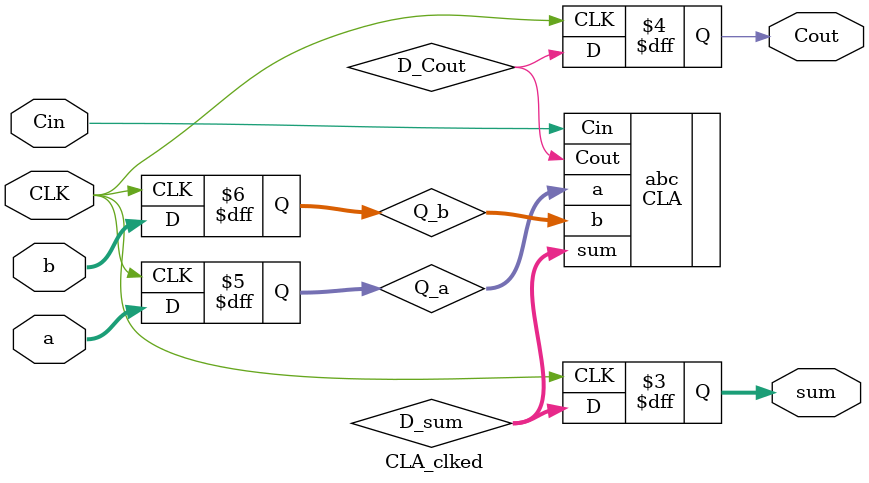
<source format=v>
module CLA_clked (
    // Inputs
    input CLK,
    input [3:0] a,
    input [3:0] b,
    input Cin,

    //Outputs
    output reg [3:0] sum,
    output reg Cout
    // Cout = carry[3];
    );

    //Intermediates
    reg [3:0] Q_a;
    reg [3:0] Q_b;
    wire [3:0] D_sum;
    wire D_Cout;

    always @(posedge CLK)
    begin
        //Input D flip-flops
        Q_a = a;
        Q_b = b;
    end

    //CLA
    CLA abc(.a(Q_a),.b(Q_b),.Cin(Cin),.sum(D_sum),.Cout(D_Cout));

    always @(posedge CLK)
    begin
        //Output D flip-flops
        sum = D_sum;
        Cout = D_Cout;
    end
endmodule

</source>
